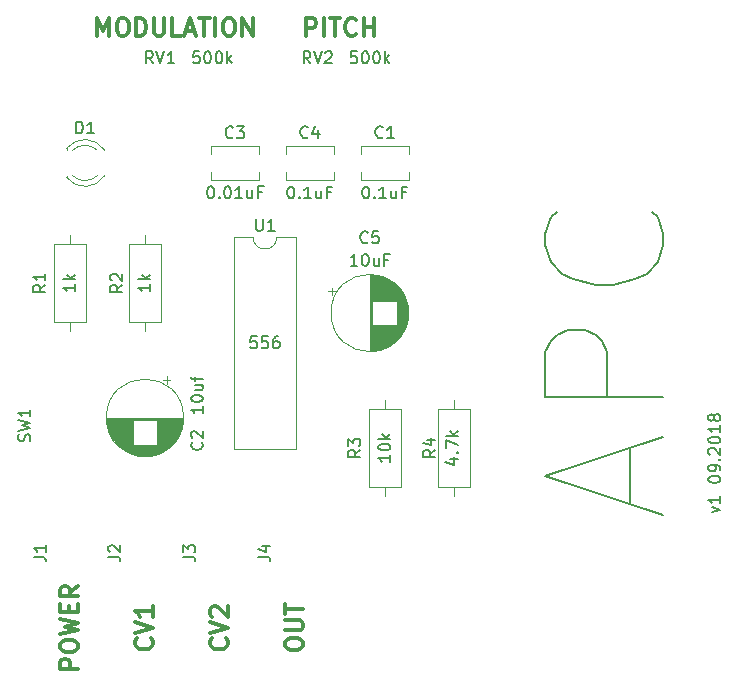
<source format=gto>
G04 #@! TF.GenerationSoftware,KiCad,Pcbnew,(6.0.0-rc1-dev-441-gb1e5549)*
G04 #@! TF.CreationDate,2018-09-12T02:05:33+03:00*
G04 #@! TF.ProjectId,APC,4150432E6B696361645F706362000000,rev?*
G04 #@! TF.SameCoordinates,Original*
G04 #@! TF.FileFunction,Legend,Top*
G04 #@! TF.FilePolarity,Positive*
%FSLAX46Y46*%
G04 Gerber Fmt 4.6, Leading zero omitted, Abs format (unit mm)*
G04 Created by KiCad (PCBNEW (6.0.0-rc1-dev-441-gb1e5549)) date 2018 September 12, Wednesday 02:05:33*
%MOMM*%
%LPD*%
G01*
G04 APERTURE LIST*
%ADD10C,0.300000*%
%ADD11C,0.150000*%
%ADD12C,0.120000*%
G04 APERTURE END LIST*
D10*
X88582857Y-62908571D02*
X88582857Y-61408571D01*
X89154285Y-61408571D01*
X89297142Y-61480000D01*
X89368571Y-61551428D01*
X89440000Y-61694285D01*
X89440000Y-61908571D01*
X89368571Y-62051428D01*
X89297142Y-62122857D01*
X89154285Y-62194285D01*
X88582857Y-62194285D01*
X90082857Y-62908571D02*
X90082857Y-61408571D01*
X90582857Y-61408571D02*
X91440000Y-61408571D01*
X91011428Y-62908571D02*
X91011428Y-61408571D01*
X92797142Y-62765714D02*
X92725714Y-62837142D01*
X92511428Y-62908571D01*
X92368571Y-62908571D01*
X92154285Y-62837142D01*
X92011428Y-62694285D01*
X91940000Y-62551428D01*
X91868571Y-62265714D01*
X91868571Y-62051428D01*
X91940000Y-61765714D01*
X92011428Y-61622857D01*
X92154285Y-61480000D01*
X92368571Y-61408571D01*
X92511428Y-61408571D01*
X92725714Y-61480000D01*
X92797142Y-61551428D01*
X93440000Y-62908571D02*
X93440000Y-61408571D01*
X93440000Y-62122857D02*
X94297142Y-62122857D01*
X94297142Y-62908571D02*
X94297142Y-61408571D01*
X70898571Y-62908571D02*
X70898571Y-61408571D01*
X71398571Y-62480000D01*
X71898571Y-61408571D01*
X71898571Y-62908571D01*
X72898571Y-61408571D02*
X73184285Y-61408571D01*
X73327142Y-61480000D01*
X73470000Y-61622857D01*
X73541428Y-61908571D01*
X73541428Y-62408571D01*
X73470000Y-62694285D01*
X73327142Y-62837142D01*
X73184285Y-62908571D01*
X72898571Y-62908571D01*
X72755714Y-62837142D01*
X72612857Y-62694285D01*
X72541428Y-62408571D01*
X72541428Y-61908571D01*
X72612857Y-61622857D01*
X72755714Y-61480000D01*
X72898571Y-61408571D01*
X74184285Y-62908571D02*
X74184285Y-61408571D01*
X74541428Y-61408571D01*
X74755714Y-61480000D01*
X74898571Y-61622857D01*
X74970000Y-61765714D01*
X75041428Y-62051428D01*
X75041428Y-62265714D01*
X74970000Y-62551428D01*
X74898571Y-62694285D01*
X74755714Y-62837142D01*
X74541428Y-62908571D01*
X74184285Y-62908571D01*
X75684285Y-61408571D02*
X75684285Y-62622857D01*
X75755714Y-62765714D01*
X75827142Y-62837142D01*
X75970000Y-62908571D01*
X76255714Y-62908571D01*
X76398571Y-62837142D01*
X76470000Y-62765714D01*
X76541428Y-62622857D01*
X76541428Y-61408571D01*
X77970000Y-62908571D02*
X77255714Y-62908571D01*
X77255714Y-61408571D01*
X78398571Y-62480000D02*
X79112857Y-62480000D01*
X78255714Y-62908571D02*
X78755714Y-61408571D01*
X79255714Y-62908571D01*
X79541428Y-61408571D02*
X80398571Y-61408571D01*
X79970000Y-62908571D02*
X79970000Y-61408571D01*
X80898571Y-62908571D02*
X80898571Y-61408571D01*
X81898571Y-61408571D02*
X82184285Y-61408571D01*
X82327142Y-61480000D01*
X82470000Y-61622857D01*
X82541428Y-61908571D01*
X82541428Y-62408571D01*
X82470000Y-62694285D01*
X82327142Y-62837142D01*
X82184285Y-62908571D01*
X81898571Y-62908571D01*
X81755714Y-62837142D01*
X81612857Y-62694285D01*
X81541428Y-62408571D01*
X81541428Y-61908571D01*
X81612857Y-61622857D01*
X81755714Y-61480000D01*
X81898571Y-61408571D01*
X83184285Y-62908571D02*
X83184285Y-61408571D01*
X84041428Y-62908571D01*
X84041428Y-61408571D01*
D11*
X122975714Y-103250476D02*
X123642380Y-103012380D01*
X122975714Y-102774285D01*
X123642380Y-101869523D02*
X123642380Y-102440952D01*
X123642380Y-102155238D02*
X122642380Y-102155238D01*
X122785238Y-102250476D01*
X122880476Y-102345714D01*
X122928095Y-102440952D01*
X122642380Y-100488571D02*
X122642380Y-100393333D01*
X122690000Y-100298095D01*
X122737619Y-100250476D01*
X122832857Y-100202857D01*
X123023333Y-100155238D01*
X123261428Y-100155238D01*
X123451904Y-100202857D01*
X123547142Y-100250476D01*
X123594761Y-100298095D01*
X123642380Y-100393333D01*
X123642380Y-100488571D01*
X123594761Y-100583809D01*
X123547142Y-100631428D01*
X123451904Y-100679047D01*
X123261428Y-100726666D01*
X123023333Y-100726666D01*
X122832857Y-100679047D01*
X122737619Y-100631428D01*
X122690000Y-100583809D01*
X122642380Y-100488571D01*
X123642380Y-99679047D02*
X123642380Y-99488571D01*
X123594761Y-99393333D01*
X123547142Y-99345714D01*
X123404285Y-99250476D01*
X123213809Y-99202857D01*
X122832857Y-99202857D01*
X122737619Y-99250476D01*
X122690000Y-99298095D01*
X122642380Y-99393333D01*
X122642380Y-99583809D01*
X122690000Y-99679047D01*
X122737619Y-99726666D01*
X122832857Y-99774285D01*
X123070952Y-99774285D01*
X123166190Y-99726666D01*
X123213809Y-99679047D01*
X123261428Y-99583809D01*
X123261428Y-99393333D01*
X123213809Y-99298095D01*
X123166190Y-99250476D01*
X123070952Y-99202857D01*
X123547142Y-98774285D02*
X123594761Y-98726666D01*
X123642380Y-98774285D01*
X123594761Y-98821904D01*
X123547142Y-98774285D01*
X123642380Y-98774285D01*
X122737619Y-98345714D02*
X122690000Y-98298095D01*
X122642380Y-98202857D01*
X122642380Y-97964761D01*
X122690000Y-97869523D01*
X122737619Y-97821904D01*
X122832857Y-97774285D01*
X122928095Y-97774285D01*
X123070952Y-97821904D01*
X123642380Y-98393333D01*
X123642380Y-97774285D01*
X122642380Y-97155238D02*
X122642380Y-97060000D01*
X122690000Y-96964761D01*
X122737619Y-96917142D01*
X122832857Y-96869523D01*
X123023333Y-96821904D01*
X123261428Y-96821904D01*
X123451904Y-96869523D01*
X123547142Y-96917142D01*
X123594761Y-96964761D01*
X123642380Y-97060000D01*
X123642380Y-97155238D01*
X123594761Y-97250476D01*
X123547142Y-97298095D01*
X123451904Y-97345714D01*
X123261428Y-97393333D01*
X123023333Y-97393333D01*
X122832857Y-97345714D01*
X122737619Y-97298095D01*
X122690000Y-97250476D01*
X122642380Y-97155238D01*
X123642380Y-95869523D02*
X123642380Y-96440952D01*
X123642380Y-96155238D02*
X122642380Y-96155238D01*
X122785238Y-96250476D01*
X122880476Y-96345714D01*
X122928095Y-96440952D01*
X123070952Y-95298095D02*
X123023333Y-95393333D01*
X122975714Y-95440952D01*
X122880476Y-95488571D01*
X122832857Y-95488571D01*
X122737619Y-95440952D01*
X122690000Y-95393333D01*
X122642380Y-95298095D01*
X122642380Y-95107619D01*
X122690000Y-95012380D01*
X122737619Y-94964761D01*
X122832857Y-94917142D01*
X122880476Y-94917142D01*
X122975714Y-94964761D01*
X123023333Y-95012380D01*
X123070952Y-95107619D01*
X123070952Y-95298095D01*
X123118571Y-95393333D01*
X123166190Y-95440952D01*
X123261428Y-95488571D01*
X123451904Y-95488571D01*
X123547142Y-95440952D01*
X123594761Y-95393333D01*
X123642380Y-95298095D01*
X123642380Y-95107619D01*
X123594761Y-95012380D01*
X123547142Y-94964761D01*
X123451904Y-94917142D01*
X123261428Y-94917142D01*
X123166190Y-94964761D01*
X123118571Y-95012380D01*
X123070952Y-95107619D01*
X115966666Y-102550952D02*
X115966666Y-97789047D01*
X118823809Y-103503333D02*
X108823809Y-100170000D01*
X118823809Y-96836666D01*
X118823809Y-93503333D02*
X108823809Y-93503333D01*
X108823809Y-89693809D01*
X109300000Y-88741428D01*
X109776190Y-88265238D01*
X110728571Y-87789047D01*
X112157142Y-87789047D01*
X113109523Y-88265238D01*
X113585714Y-88741428D01*
X114061904Y-89693809D01*
X114061904Y-93503333D01*
X117871428Y-77789047D02*
X118347619Y-78265238D01*
X118823809Y-79693809D01*
X118823809Y-80646190D01*
X118347619Y-82074761D01*
X117395238Y-83027142D01*
X116442857Y-83503333D01*
X114538095Y-83979523D01*
X113109523Y-83979523D01*
X111204761Y-83503333D01*
X110252380Y-83027142D01*
X109300000Y-82074761D01*
X108823809Y-80646190D01*
X108823809Y-79693809D01*
X109300000Y-78265238D01*
X109776190Y-77789047D01*
D10*
X81815714Y-113922857D02*
X81887142Y-113994285D01*
X81958571Y-114208571D01*
X81958571Y-114351428D01*
X81887142Y-114565714D01*
X81744285Y-114708571D01*
X81601428Y-114780000D01*
X81315714Y-114851428D01*
X81101428Y-114851428D01*
X80815714Y-114780000D01*
X80672857Y-114708571D01*
X80530000Y-114565714D01*
X80458571Y-114351428D01*
X80458571Y-114208571D01*
X80530000Y-113994285D01*
X80601428Y-113922857D01*
X80458571Y-113494285D02*
X81958571Y-112994285D01*
X80458571Y-112494285D01*
X80601428Y-112065714D02*
X80530000Y-111994285D01*
X80458571Y-111851428D01*
X80458571Y-111494285D01*
X80530000Y-111351428D01*
X80601428Y-111280000D01*
X80744285Y-111208571D01*
X80887142Y-111208571D01*
X81101428Y-111280000D01*
X81958571Y-112137142D01*
X81958571Y-111208571D01*
X75465714Y-113922857D02*
X75537142Y-113994285D01*
X75608571Y-114208571D01*
X75608571Y-114351428D01*
X75537142Y-114565714D01*
X75394285Y-114708571D01*
X75251428Y-114780000D01*
X74965714Y-114851428D01*
X74751428Y-114851428D01*
X74465714Y-114780000D01*
X74322857Y-114708571D01*
X74180000Y-114565714D01*
X74108571Y-114351428D01*
X74108571Y-114208571D01*
X74180000Y-113994285D01*
X74251428Y-113922857D01*
X74108571Y-113494285D02*
X75608571Y-112994285D01*
X74108571Y-112494285D01*
X75608571Y-111208571D02*
X75608571Y-112065714D01*
X75608571Y-111637142D02*
X74108571Y-111637142D01*
X74322857Y-111780000D01*
X74465714Y-111922857D01*
X74537142Y-112065714D01*
X86808571Y-114530000D02*
X86808571Y-114244285D01*
X86880000Y-114101428D01*
X87022857Y-113958571D01*
X87308571Y-113887142D01*
X87808571Y-113887142D01*
X88094285Y-113958571D01*
X88237142Y-114101428D01*
X88308571Y-114244285D01*
X88308571Y-114530000D01*
X88237142Y-114672857D01*
X88094285Y-114815714D01*
X87808571Y-114887142D01*
X87308571Y-114887142D01*
X87022857Y-114815714D01*
X86880000Y-114672857D01*
X86808571Y-114530000D01*
X86808571Y-113244285D02*
X88022857Y-113244285D01*
X88165714Y-113172857D01*
X88237142Y-113101428D01*
X88308571Y-112958571D01*
X88308571Y-112672857D01*
X88237142Y-112530000D01*
X88165714Y-112458571D01*
X88022857Y-112387142D01*
X86808571Y-112387142D01*
X86808571Y-111887142D02*
X86808571Y-111030000D01*
X88308571Y-111458571D02*
X86808571Y-111458571D01*
X69258571Y-116494285D02*
X67758571Y-116494285D01*
X67758571Y-115922857D01*
X67830000Y-115780000D01*
X67901428Y-115708571D01*
X68044285Y-115637142D01*
X68258571Y-115637142D01*
X68401428Y-115708571D01*
X68472857Y-115780000D01*
X68544285Y-115922857D01*
X68544285Y-116494285D01*
X67758571Y-114708571D02*
X67758571Y-114422857D01*
X67830000Y-114280000D01*
X67972857Y-114137142D01*
X68258571Y-114065714D01*
X68758571Y-114065714D01*
X69044285Y-114137142D01*
X69187142Y-114280000D01*
X69258571Y-114422857D01*
X69258571Y-114708571D01*
X69187142Y-114851428D01*
X69044285Y-114994285D01*
X68758571Y-115065714D01*
X68258571Y-115065714D01*
X67972857Y-114994285D01*
X67830000Y-114851428D01*
X67758571Y-114708571D01*
X67758571Y-113565714D02*
X69258571Y-113208571D01*
X68187142Y-112922857D01*
X69258571Y-112637142D01*
X67758571Y-112280000D01*
X68472857Y-111708571D02*
X68472857Y-111208571D01*
X69258571Y-110994285D02*
X69258571Y-111708571D01*
X67758571Y-111708571D01*
X67758571Y-110994285D01*
X69258571Y-109494285D02*
X68544285Y-109994285D01*
X69258571Y-110351428D02*
X67758571Y-110351428D01*
X67758571Y-109780000D01*
X67830000Y-109637142D01*
X67901428Y-109565714D01*
X68044285Y-109494285D01*
X68258571Y-109494285D01*
X68401428Y-109565714D01*
X68472857Y-109637142D01*
X68544285Y-109780000D01*
X68544285Y-110351428D01*
D12*
G04 #@! TO.C,U1*
X86090000Y-79950000D02*
G75*
G02X84090000Y-79950000I-1000000J0D01*
G01*
X84090000Y-79950000D02*
X82440000Y-79950000D01*
X82440000Y-79950000D02*
X82440000Y-97850000D01*
X82440000Y-97850000D02*
X87740000Y-97850000D01*
X87740000Y-97850000D02*
X87740000Y-79950000D01*
X87740000Y-79950000D02*
X86090000Y-79950000D01*
G04 #@! TO.C,C2*
X77084000Y-92044759D02*
X76454000Y-92044759D01*
X76769000Y-91729759D02*
X76769000Y-92359759D01*
X75332000Y-98471000D02*
X74528000Y-98471000D01*
X75563000Y-98431000D02*
X74297000Y-98431000D01*
X75732000Y-98391000D02*
X74128000Y-98391000D01*
X75870000Y-98351000D02*
X73990000Y-98351000D01*
X75989000Y-98311000D02*
X73871000Y-98311000D01*
X76095000Y-98271000D02*
X73765000Y-98271000D01*
X76192000Y-98231000D02*
X73668000Y-98231000D01*
X76280000Y-98191000D02*
X73580000Y-98191000D01*
X76362000Y-98151000D02*
X73498000Y-98151000D01*
X76439000Y-98111000D02*
X73421000Y-98111000D01*
X76511000Y-98071000D02*
X73349000Y-98071000D01*
X76580000Y-98031000D02*
X73280000Y-98031000D01*
X76644000Y-97991000D02*
X73216000Y-97991000D01*
X76706000Y-97951000D02*
X73154000Y-97951000D01*
X76764000Y-97911000D02*
X73096000Y-97911000D01*
X76820000Y-97871000D02*
X73040000Y-97871000D01*
X76874000Y-97831000D02*
X72986000Y-97831000D01*
X76925000Y-97791000D02*
X72935000Y-97791000D01*
X76974000Y-97751000D02*
X72886000Y-97751000D01*
X77022000Y-97711000D02*
X72838000Y-97711000D01*
X77067000Y-97671000D02*
X72793000Y-97671000D01*
X77112000Y-97631000D02*
X72748000Y-97631000D01*
X77154000Y-97591000D02*
X72706000Y-97591000D01*
X77195000Y-97551000D02*
X72665000Y-97551000D01*
X73890000Y-97511000D02*
X72625000Y-97511000D01*
X77235000Y-97511000D02*
X75970000Y-97511000D01*
X73890000Y-97471000D02*
X72587000Y-97471000D01*
X77273000Y-97471000D02*
X75970000Y-97471000D01*
X73890000Y-97431000D02*
X72550000Y-97431000D01*
X77310000Y-97431000D02*
X75970000Y-97431000D01*
X73890000Y-97391000D02*
X72514000Y-97391000D01*
X77346000Y-97391000D02*
X75970000Y-97391000D01*
X73890000Y-97351000D02*
X72480000Y-97351000D01*
X77380000Y-97351000D02*
X75970000Y-97351000D01*
X73890000Y-97311000D02*
X72446000Y-97311000D01*
X77414000Y-97311000D02*
X75970000Y-97311000D01*
X73890000Y-97271000D02*
X72414000Y-97271000D01*
X77446000Y-97271000D02*
X75970000Y-97271000D01*
X73890000Y-97231000D02*
X72382000Y-97231000D01*
X77478000Y-97231000D02*
X75970000Y-97231000D01*
X73890000Y-97191000D02*
X72352000Y-97191000D01*
X77508000Y-97191000D02*
X75970000Y-97191000D01*
X73890000Y-97151000D02*
X72323000Y-97151000D01*
X77537000Y-97151000D02*
X75970000Y-97151000D01*
X73890000Y-97111000D02*
X72294000Y-97111000D01*
X77566000Y-97111000D02*
X75970000Y-97111000D01*
X73890000Y-97071000D02*
X72266000Y-97071000D01*
X77594000Y-97071000D02*
X75970000Y-97071000D01*
X73890000Y-97031000D02*
X72240000Y-97031000D01*
X77620000Y-97031000D02*
X75970000Y-97031000D01*
X73890000Y-96991000D02*
X72214000Y-96991000D01*
X77646000Y-96991000D02*
X75970000Y-96991000D01*
X73890000Y-96951000D02*
X72188000Y-96951000D01*
X77672000Y-96951000D02*
X75970000Y-96951000D01*
X73890000Y-96911000D02*
X72164000Y-96911000D01*
X77696000Y-96911000D02*
X75970000Y-96911000D01*
X73890000Y-96871000D02*
X72140000Y-96871000D01*
X77720000Y-96871000D02*
X75970000Y-96871000D01*
X73890000Y-96831000D02*
X72118000Y-96831000D01*
X77742000Y-96831000D02*
X75970000Y-96831000D01*
X73890000Y-96791000D02*
X72096000Y-96791000D01*
X77764000Y-96791000D02*
X75970000Y-96791000D01*
X73890000Y-96751000D02*
X72074000Y-96751000D01*
X77786000Y-96751000D02*
X75970000Y-96751000D01*
X73890000Y-96711000D02*
X72054000Y-96711000D01*
X77806000Y-96711000D02*
X75970000Y-96711000D01*
X73890000Y-96671000D02*
X72034000Y-96671000D01*
X77826000Y-96671000D02*
X75970000Y-96671000D01*
X73890000Y-96631000D02*
X72014000Y-96631000D01*
X77846000Y-96631000D02*
X75970000Y-96631000D01*
X73890000Y-96591000D02*
X71996000Y-96591000D01*
X77864000Y-96591000D02*
X75970000Y-96591000D01*
X73890000Y-96551000D02*
X71978000Y-96551000D01*
X77882000Y-96551000D02*
X75970000Y-96551000D01*
X73890000Y-96511000D02*
X71960000Y-96511000D01*
X77900000Y-96511000D02*
X75970000Y-96511000D01*
X73890000Y-96471000D02*
X71944000Y-96471000D01*
X77916000Y-96471000D02*
X75970000Y-96471000D01*
X73890000Y-96431000D02*
X71928000Y-96431000D01*
X77932000Y-96431000D02*
X75970000Y-96431000D01*
X73890000Y-96391000D02*
X71912000Y-96391000D01*
X77948000Y-96391000D02*
X75970000Y-96391000D01*
X73890000Y-96351000D02*
X71897000Y-96351000D01*
X77963000Y-96351000D02*
X75970000Y-96351000D01*
X73890000Y-96311000D02*
X71883000Y-96311000D01*
X77977000Y-96311000D02*
X75970000Y-96311000D01*
X73890000Y-96271000D02*
X71869000Y-96271000D01*
X77991000Y-96271000D02*
X75970000Y-96271000D01*
X73890000Y-96231000D02*
X71856000Y-96231000D01*
X78004000Y-96231000D02*
X75970000Y-96231000D01*
X73890000Y-96191000D02*
X71844000Y-96191000D01*
X78016000Y-96191000D02*
X75970000Y-96191000D01*
X73890000Y-96151000D02*
X71832000Y-96151000D01*
X78028000Y-96151000D02*
X75970000Y-96151000D01*
X73890000Y-96111000D02*
X71820000Y-96111000D01*
X78040000Y-96111000D02*
X75970000Y-96111000D01*
X73890000Y-96071000D02*
X71809000Y-96071000D01*
X78051000Y-96071000D02*
X75970000Y-96071000D01*
X73890000Y-96031000D02*
X71799000Y-96031000D01*
X78061000Y-96031000D02*
X75970000Y-96031000D01*
X73890000Y-95991000D02*
X71789000Y-95991000D01*
X78071000Y-95991000D02*
X75970000Y-95991000D01*
X73890000Y-95951000D02*
X71780000Y-95951000D01*
X78080000Y-95951000D02*
X75970000Y-95951000D01*
X73890000Y-95910000D02*
X71771000Y-95910000D01*
X78089000Y-95910000D02*
X75970000Y-95910000D01*
X73890000Y-95870000D02*
X71763000Y-95870000D01*
X78097000Y-95870000D02*
X75970000Y-95870000D01*
X73890000Y-95830000D02*
X71755000Y-95830000D01*
X78105000Y-95830000D02*
X75970000Y-95830000D01*
X73890000Y-95790000D02*
X71748000Y-95790000D01*
X78112000Y-95790000D02*
X75970000Y-95790000D01*
X73890000Y-95750000D02*
X71741000Y-95750000D01*
X78119000Y-95750000D02*
X75970000Y-95750000D01*
X73890000Y-95710000D02*
X71735000Y-95710000D01*
X78125000Y-95710000D02*
X75970000Y-95710000D01*
X73890000Y-95670000D02*
X71729000Y-95670000D01*
X78131000Y-95670000D02*
X75970000Y-95670000D01*
X73890000Y-95630000D02*
X71724000Y-95630000D01*
X78136000Y-95630000D02*
X75970000Y-95630000D01*
X73890000Y-95590000D02*
X71719000Y-95590000D01*
X78141000Y-95590000D02*
X75970000Y-95590000D01*
X73890000Y-95550000D02*
X71715000Y-95550000D01*
X78145000Y-95550000D02*
X75970000Y-95550000D01*
X73890000Y-95510000D02*
X71712000Y-95510000D01*
X78148000Y-95510000D02*
X75970000Y-95510000D01*
X73890000Y-95470000D02*
X71708000Y-95470000D01*
X78152000Y-95470000D02*
X75970000Y-95470000D01*
X78154000Y-95430000D02*
X71706000Y-95430000D01*
X78157000Y-95390000D02*
X71703000Y-95390000D01*
X78158000Y-95350000D02*
X71702000Y-95350000D01*
X78160000Y-95310000D02*
X71700000Y-95310000D01*
X78160000Y-95270000D02*
X71700000Y-95270000D01*
X78160000Y-95230000D02*
X71700000Y-95230000D01*
X78200000Y-95230000D02*
G75*
G03X78200000Y-95230000I-3270000J0D01*
G01*
G04 #@! TO.C,C5*
X90774759Y-84206000D02*
X90774759Y-84836000D01*
X90459759Y-84521000D02*
X91089759Y-84521000D01*
X97201000Y-85958000D02*
X97201000Y-86762000D01*
X97161000Y-85727000D02*
X97161000Y-86993000D01*
X97121000Y-85558000D02*
X97121000Y-87162000D01*
X97081000Y-85420000D02*
X97081000Y-87300000D01*
X97041000Y-85301000D02*
X97041000Y-87419000D01*
X97001000Y-85195000D02*
X97001000Y-87525000D01*
X96961000Y-85098000D02*
X96961000Y-87622000D01*
X96921000Y-85010000D02*
X96921000Y-87710000D01*
X96881000Y-84928000D02*
X96881000Y-87792000D01*
X96841000Y-84851000D02*
X96841000Y-87869000D01*
X96801000Y-84779000D02*
X96801000Y-87941000D01*
X96761000Y-84710000D02*
X96761000Y-88010000D01*
X96721000Y-84646000D02*
X96721000Y-88074000D01*
X96681000Y-84584000D02*
X96681000Y-88136000D01*
X96641000Y-84526000D02*
X96641000Y-88194000D01*
X96601000Y-84470000D02*
X96601000Y-88250000D01*
X96561000Y-84416000D02*
X96561000Y-88304000D01*
X96521000Y-84365000D02*
X96521000Y-88355000D01*
X96481000Y-84316000D02*
X96481000Y-88404000D01*
X96441000Y-84268000D02*
X96441000Y-88452000D01*
X96401000Y-84223000D02*
X96401000Y-88497000D01*
X96361000Y-84178000D02*
X96361000Y-88542000D01*
X96321000Y-84136000D02*
X96321000Y-88584000D01*
X96281000Y-84095000D02*
X96281000Y-88625000D01*
X96241000Y-87400000D02*
X96241000Y-88665000D01*
X96241000Y-84055000D02*
X96241000Y-85320000D01*
X96201000Y-87400000D02*
X96201000Y-88703000D01*
X96201000Y-84017000D02*
X96201000Y-85320000D01*
X96161000Y-87400000D02*
X96161000Y-88740000D01*
X96161000Y-83980000D02*
X96161000Y-85320000D01*
X96121000Y-87400000D02*
X96121000Y-88776000D01*
X96121000Y-83944000D02*
X96121000Y-85320000D01*
X96081000Y-87400000D02*
X96081000Y-88810000D01*
X96081000Y-83910000D02*
X96081000Y-85320000D01*
X96041000Y-87400000D02*
X96041000Y-88844000D01*
X96041000Y-83876000D02*
X96041000Y-85320000D01*
X96001000Y-87400000D02*
X96001000Y-88876000D01*
X96001000Y-83844000D02*
X96001000Y-85320000D01*
X95961000Y-87400000D02*
X95961000Y-88908000D01*
X95961000Y-83812000D02*
X95961000Y-85320000D01*
X95921000Y-87400000D02*
X95921000Y-88938000D01*
X95921000Y-83782000D02*
X95921000Y-85320000D01*
X95881000Y-87400000D02*
X95881000Y-88967000D01*
X95881000Y-83753000D02*
X95881000Y-85320000D01*
X95841000Y-87400000D02*
X95841000Y-88996000D01*
X95841000Y-83724000D02*
X95841000Y-85320000D01*
X95801000Y-87400000D02*
X95801000Y-89024000D01*
X95801000Y-83696000D02*
X95801000Y-85320000D01*
X95761000Y-87400000D02*
X95761000Y-89050000D01*
X95761000Y-83670000D02*
X95761000Y-85320000D01*
X95721000Y-87400000D02*
X95721000Y-89076000D01*
X95721000Y-83644000D02*
X95721000Y-85320000D01*
X95681000Y-87400000D02*
X95681000Y-89102000D01*
X95681000Y-83618000D02*
X95681000Y-85320000D01*
X95641000Y-87400000D02*
X95641000Y-89126000D01*
X95641000Y-83594000D02*
X95641000Y-85320000D01*
X95601000Y-87400000D02*
X95601000Y-89150000D01*
X95601000Y-83570000D02*
X95601000Y-85320000D01*
X95561000Y-87400000D02*
X95561000Y-89172000D01*
X95561000Y-83548000D02*
X95561000Y-85320000D01*
X95521000Y-87400000D02*
X95521000Y-89194000D01*
X95521000Y-83526000D02*
X95521000Y-85320000D01*
X95481000Y-87400000D02*
X95481000Y-89216000D01*
X95481000Y-83504000D02*
X95481000Y-85320000D01*
X95441000Y-87400000D02*
X95441000Y-89236000D01*
X95441000Y-83484000D02*
X95441000Y-85320000D01*
X95401000Y-87400000D02*
X95401000Y-89256000D01*
X95401000Y-83464000D02*
X95401000Y-85320000D01*
X95361000Y-87400000D02*
X95361000Y-89276000D01*
X95361000Y-83444000D02*
X95361000Y-85320000D01*
X95321000Y-87400000D02*
X95321000Y-89294000D01*
X95321000Y-83426000D02*
X95321000Y-85320000D01*
X95281000Y-87400000D02*
X95281000Y-89312000D01*
X95281000Y-83408000D02*
X95281000Y-85320000D01*
X95241000Y-87400000D02*
X95241000Y-89330000D01*
X95241000Y-83390000D02*
X95241000Y-85320000D01*
X95201000Y-87400000D02*
X95201000Y-89346000D01*
X95201000Y-83374000D02*
X95201000Y-85320000D01*
X95161000Y-87400000D02*
X95161000Y-89362000D01*
X95161000Y-83358000D02*
X95161000Y-85320000D01*
X95121000Y-87400000D02*
X95121000Y-89378000D01*
X95121000Y-83342000D02*
X95121000Y-85320000D01*
X95081000Y-87400000D02*
X95081000Y-89393000D01*
X95081000Y-83327000D02*
X95081000Y-85320000D01*
X95041000Y-87400000D02*
X95041000Y-89407000D01*
X95041000Y-83313000D02*
X95041000Y-85320000D01*
X95001000Y-87400000D02*
X95001000Y-89421000D01*
X95001000Y-83299000D02*
X95001000Y-85320000D01*
X94961000Y-87400000D02*
X94961000Y-89434000D01*
X94961000Y-83286000D02*
X94961000Y-85320000D01*
X94921000Y-87400000D02*
X94921000Y-89446000D01*
X94921000Y-83274000D02*
X94921000Y-85320000D01*
X94881000Y-87400000D02*
X94881000Y-89458000D01*
X94881000Y-83262000D02*
X94881000Y-85320000D01*
X94841000Y-87400000D02*
X94841000Y-89470000D01*
X94841000Y-83250000D02*
X94841000Y-85320000D01*
X94801000Y-87400000D02*
X94801000Y-89481000D01*
X94801000Y-83239000D02*
X94801000Y-85320000D01*
X94761000Y-87400000D02*
X94761000Y-89491000D01*
X94761000Y-83229000D02*
X94761000Y-85320000D01*
X94721000Y-87400000D02*
X94721000Y-89501000D01*
X94721000Y-83219000D02*
X94721000Y-85320000D01*
X94681000Y-87400000D02*
X94681000Y-89510000D01*
X94681000Y-83210000D02*
X94681000Y-85320000D01*
X94640000Y-87400000D02*
X94640000Y-89519000D01*
X94640000Y-83201000D02*
X94640000Y-85320000D01*
X94600000Y-87400000D02*
X94600000Y-89527000D01*
X94600000Y-83193000D02*
X94600000Y-85320000D01*
X94560000Y-87400000D02*
X94560000Y-89535000D01*
X94560000Y-83185000D02*
X94560000Y-85320000D01*
X94520000Y-87400000D02*
X94520000Y-89542000D01*
X94520000Y-83178000D02*
X94520000Y-85320000D01*
X94480000Y-87400000D02*
X94480000Y-89549000D01*
X94480000Y-83171000D02*
X94480000Y-85320000D01*
X94440000Y-87400000D02*
X94440000Y-89555000D01*
X94440000Y-83165000D02*
X94440000Y-85320000D01*
X94400000Y-87400000D02*
X94400000Y-89561000D01*
X94400000Y-83159000D02*
X94400000Y-85320000D01*
X94360000Y-87400000D02*
X94360000Y-89566000D01*
X94360000Y-83154000D02*
X94360000Y-85320000D01*
X94320000Y-87400000D02*
X94320000Y-89571000D01*
X94320000Y-83149000D02*
X94320000Y-85320000D01*
X94280000Y-87400000D02*
X94280000Y-89575000D01*
X94280000Y-83145000D02*
X94280000Y-85320000D01*
X94240000Y-87400000D02*
X94240000Y-89578000D01*
X94240000Y-83142000D02*
X94240000Y-85320000D01*
X94200000Y-87400000D02*
X94200000Y-89582000D01*
X94200000Y-83138000D02*
X94200000Y-85320000D01*
X94160000Y-83136000D02*
X94160000Y-89584000D01*
X94120000Y-83133000D02*
X94120000Y-89587000D01*
X94080000Y-83132000D02*
X94080000Y-89588000D01*
X94040000Y-83130000D02*
X94040000Y-89590000D01*
X94000000Y-83130000D02*
X94000000Y-89590000D01*
X93960000Y-83130000D02*
X93960000Y-89590000D01*
X97230000Y-86360000D02*
G75*
G03X97230000Y-86360000I-3270000J0D01*
G01*
G04 #@! TO.C,C1*
X93210000Y-72240000D02*
X97250000Y-72240000D01*
X93210000Y-75080000D02*
X97250000Y-75080000D01*
X93210000Y-72240000D02*
X93210000Y-72865000D01*
X93210000Y-74455000D02*
X93210000Y-75080000D01*
X97250000Y-72240000D02*
X97250000Y-72865000D01*
X97250000Y-74455000D02*
X97250000Y-75080000D01*
G04 #@! TO.C,C3*
X84590000Y-75080000D02*
X80550000Y-75080000D01*
X84590000Y-72240000D02*
X80550000Y-72240000D01*
X84590000Y-75080000D02*
X84590000Y-74455000D01*
X84590000Y-72865000D02*
X84590000Y-72240000D01*
X80550000Y-75080000D02*
X80550000Y-74455000D01*
X80550000Y-72865000D02*
X80550000Y-72240000D01*
G04 #@! TO.C,C4*
X90900000Y-74455000D02*
X90900000Y-75080000D01*
X90900000Y-72240000D02*
X90900000Y-72865000D01*
X86860000Y-74455000D02*
X86860000Y-75080000D01*
X86860000Y-72240000D02*
X86860000Y-72865000D01*
X86860000Y-75080000D02*
X90900000Y-75080000D01*
X86860000Y-72240000D02*
X90900000Y-72240000D01*
G04 #@! TO.C,D1*
X71522335Y-72581392D02*
G75*
G03X68290000Y-72424484I-1672335J-1078608D01*
G01*
X71522335Y-74738608D02*
G75*
G02X68290000Y-74895516I-1672335J1078608D01*
G01*
X70891130Y-72580163D02*
G75*
G03X68809039Y-72580000I-1041130J-1079837D01*
G01*
X70891130Y-74739837D02*
G75*
G02X68809039Y-74740000I-1041130J1079837D01*
G01*
X68290000Y-72424000D02*
X68290000Y-72580000D01*
X68290000Y-74740000D02*
X68290000Y-74896000D01*
G04 #@! TO.C,R1*
X69950000Y-80550000D02*
X67210000Y-80550000D01*
X67210000Y-80550000D02*
X67210000Y-87090000D01*
X67210000Y-87090000D02*
X69950000Y-87090000D01*
X69950000Y-87090000D02*
X69950000Y-80550000D01*
X68580000Y-79780000D02*
X68580000Y-80550000D01*
X68580000Y-87860000D02*
X68580000Y-87090000D01*
G04 #@! TO.C,R2*
X74930000Y-79780000D02*
X74930000Y-80550000D01*
X74930000Y-87860000D02*
X74930000Y-87090000D01*
X73560000Y-80550000D02*
X73560000Y-87090000D01*
X76300000Y-80550000D02*
X73560000Y-80550000D01*
X76300000Y-87090000D02*
X76300000Y-80550000D01*
X73560000Y-87090000D02*
X76300000Y-87090000D01*
G04 #@! TO.C,R3*
X96620000Y-94520000D02*
X93880000Y-94520000D01*
X93880000Y-94520000D02*
X93880000Y-101060000D01*
X93880000Y-101060000D02*
X96620000Y-101060000D01*
X96620000Y-101060000D02*
X96620000Y-94520000D01*
X95250000Y-93750000D02*
X95250000Y-94520000D01*
X95250000Y-101830000D02*
X95250000Y-101060000D01*
G04 #@! TO.C,R4*
X101111586Y-93750000D02*
X101111586Y-94520000D01*
X101111586Y-101830000D02*
X101111586Y-101060000D01*
X99741586Y-94520000D02*
X99741586Y-101060000D01*
X102481586Y-94520000D02*
X99741586Y-94520000D01*
X102481586Y-101060000D02*
X102481586Y-94520000D01*
X99741586Y-101060000D02*
X102481586Y-101060000D01*
G04 #@! TO.C, *
D11*
G04 #@! TO.C,U1*
X84328095Y-78402380D02*
X84328095Y-79211904D01*
X84375714Y-79307142D01*
X84423333Y-79354761D01*
X84518571Y-79402380D01*
X84709047Y-79402380D01*
X84804285Y-79354761D01*
X84851904Y-79307142D01*
X84899523Y-79211904D01*
X84899523Y-78402380D01*
X85899523Y-79402380D02*
X85328095Y-79402380D01*
X85613809Y-79402380D02*
X85613809Y-78402380D01*
X85518571Y-78545238D01*
X85423333Y-78640476D01*
X85328095Y-78688095D01*
X84375714Y-88352380D02*
X83899523Y-88352380D01*
X83851904Y-88828571D01*
X83899523Y-88780952D01*
X83994761Y-88733333D01*
X84232857Y-88733333D01*
X84328095Y-88780952D01*
X84375714Y-88828571D01*
X84423333Y-88923809D01*
X84423333Y-89161904D01*
X84375714Y-89257142D01*
X84328095Y-89304761D01*
X84232857Y-89352380D01*
X83994761Y-89352380D01*
X83899523Y-89304761D01*
X83851904Y-89257142D01*
X85328095Y-88352380D02*
X84851904Y-88352380D01*
X84804285Y-88828571D01*
X84851904Y-88780952D01*
X84947142Y-88733333D01*
X85185238Y-88733333D01*
X85280476Y-88780952D01*
X85328095Y-88828571D01*
X85375714Y-88923809D01*
X85375714Y-89161904D01*
X85328095Y-89257142D01*
X85280476Y-89304761D01*
X85185238Y-89352380D01*
X84947142Y-89352380D01*
X84851904Y-89304761D01*
X84804285Y-89257142D01*
X86232857Y-88352380D02*
X86042380Y-88352380D01*
X85947142Y-88400000D01*
X85899523Y-88447619D01*
X85804285Y-88590476D01*
X85756666Y-88780952D01*
X85756666Y-89161904D01*
X85804285Y-89257142D01*
X85851904Y-89304761D01*
X85947142Y-89352380D01*
X86137619Y-89352380D01*
X86232857Y-89304761D01*
X86280476Y-89257142D01*
X86328095Y-89161904D01*
X86328095Y-88923809D01*
X86280476Y-88828571D01*
X86232857Y-88780952D01*
X86137619Y-88733333D01*
X85947142Y-88733333D01*
X85851904Y-88780952D01*
X85804285Y-88828571D01*
X85756666Y-88923809D01*
G04 #@! TO.C,C2*
X79732142Y-97321666D02*
X79779761Y-97369285D01*
X79827380Y-97512142D01*
X79827380Y-97607380D01*
X79779761Y-97750238D01*
X79684523Y-97845476D01*
X79589285Y-97893095D01*
X79398809Y-97940714D01*
X79255952Y-97940714D01*
X79065476Y-97893095D01*
X78970238Y-97845476D01*
X78875000Y-97750238D01*
X78827380Y-97607380D01*
X78827380Y-97512142D01*
X78875000Y-97369285D01*
X78922619Y-97321666D01*
X78922619Y-96940714D02*
X78875000Y-96893095D01*
X78827380Y-96797857D01*
X78827380Y-96559761D01*
X78875000Y-96464523D01*
X78922619Y-96416904D01*
X79017857Y-96369285D01*
X79113095Y-96369285D01*
X79255952Y-96416904D01*
X79827380Y-96988333D01*
X79827380Y-96369285D01*
X79827380Y-94273571D02*
X79827380Y-94845000D01*
X79827380Y-94559285D02*
X78827380Y-94559285D01*
X78970238Y-94654523D01*
X79065476Y-94749761D01*
X79113095Y-94845000D01*
X78827380Y-93654523D02*
X78827380Y-93559285D01*
X78875000Y-93464047D01*
X78922619Y-93416428D01*
X79017857Y-93368809D01*
X79208333Y-93321190D01*
X79446428Y-93321190D01*
X79636904Y-93368809D01*
X79732142Y-93416428D01*
X79779761Y-93464047D01*
X79827380Y-93559285D01*
X79827380Y-93654523D01*
X79779761Y-93749761D01*
X79732142Y-93797380D01*
X79636904Y-93845000D01*
X79446428Y-93892619D01*
X79208333Y-93892619D01*
X79017857Y-93845000D01*
X78922619Y-93797380D01*
X78875000Y-93749761D01*
X78827380Y-93654523D01*
X79160714Y-92464047D02*
X79827380Y-92464047D01*
X79160714Y-92892619D02*
X79684523Y-92892619D01*
X79779761Y-92845000D01*
X79827380Y-92749761D01*
X79827380Y-92606904D01*
X79779761Y-92511666D01*
X79732142Y-92464047D01*
X79160714Y-92130714D02*
X79160714Y-91749761D01*
X79827380Y-91987857D02*
X78970238Y-91987857D01*
X78875000Y-91940238D01*
X78827380Y-91845000D01*
X78827380Y-91749761D01*
G04 #@! TO.C,C5*
X93793333Y-80367142D02*
X93745714Y-80414761D01*
X93602857Y-80462380D01*
X93507619Y-80462380D01*
X93364761Y-80414761D01*
X93269523Y-80319523D01*
X93221904Y-80224285D01*
X93174285Y-80033809D01*
X93174285Y-79890952D01*
X93221904Y-79700476D01*
X93269523Y-79605238D01*
X93364761Y-79510000D01*
X93507619Y-79462380D01*
X93602857Y-79462380D01*
X93745714Y-79510000D01*
X93793333Y-79557619D01*
X94698095Y-79462380D02*
X94221904Y-79462380D01*
X94174285Y-79938571D01*
X94221904Y-79890952D01*
X94317142Y-79843333D01*
X94555238Y-79843333D01*
X94650476Y-79890952D01*
X94698095Y-79938571D01*
X94745714Y-80033809D01*
X94745714Y-80271904D01*
X94698095Y-80367142D01*
X94650476Y-80414761D01*
X94555238Y-80462380D01*
X94317142Y-80462380D01*
X94221904Y-80414761D01*
X94174285Y-80367142D01*
X92908571Y-82367380D02*
X92337142Y-82367380D01*
X92622857Y-82367380D02*
X92622857Y-81367380D01*
X92527619Y-81510238D01*
X92432380Y-81605476D01*
X92337142Y-81653095D01*
X93527619Y-81367380D02*
X93622857Y-81367380D01*
X93718095Y-81415000D01*
X93765714Y-81462619D01*
X93813333Y-81557857D01*
X93860952Y-81748333D01*
X93860952Y-81986428D01*
X93813333Y-82176904D01*
X93765714Y-82272142D01*
X93718095Y-82319761D01*
X93622857Y-82367380D01*
X93527619Y-82367380D01*
X93432380Y-82319761D01*
X93384761Y-82272142D01*
X93337142Y-82176904D01*
X93289523Y-81986428D01*
X93289523Y-81748333D01*
X93337142Y-81557857D01*
X93384761Y-81462619D01*
X93432380Y-81415000D01*
X93527619Y-81367380D01*
X94718095Y-81700714D02*
X94718095Y-82367380D01*
X94289523Y-81700714D02*
X94289523Y-82224523D01*
X94337142Y-82319761D01*
X94432380Y-82367380D01*
X94575238Y-82367380D01*
X94670476Y-82319761D01*
X94718095Y-82272142D01*
X95527619Y-81843571D02*
X95194285Y-81843571D01*
X95194285Y-82367380D02*
X95194285Y-81367380D01*
X95670476Y-81367380D01*
G04 #@! TO.C,RV1*
X75604761Y-65222380D02*
X75271428Y-64746190D01*
X75033333Y-65222380D02*
X75033333Y-64222380D01*
X75414285Y-64222380D01*
X75509523Y-64270000D01*
X75557142Y-64317619D01*
X75604761Y-64412857D01*
X75604761Y-64555714D01*
X75557142Y-64650952D01*
X75509523Y-64698571D01*
X75414285Y-64746190D01*
X75033333Y-64746190D01*
X75890476Y-64222380D02*
X76223809Y-65222380D01*
X76557142Y-64222380D01*
X77414285Y-65222380D02*
X76842857Y-65222380D01*
X77128571Y-65222380D02*
X77128571Y-64222380D01*
X77033333Y-64365238D01*
X76938095Y-64460476D01*
X76842857Y-64508095D01*
X79525952Y-64222380D02*
X79049761Y-64222380D01*
X79002142Y-64698571D01*
X79049761Y-64650952D01*
X79145000Y-64603333D01*
X79383095Y-64603333D01*
X79478333Y-64650952D01*
X79525952Y-64698571D01*
X79573571Y-64793809D01*
X79573571Y-65031904D01*
X79525952Y-65127142D01*
X79478333Y-65174761D01*
X79383095Y-65222380D01*
X79145000Y-65222380D01*
X79049761Y-65174761D01*
X79002142Y-65127142D01*
X80192619Y-64222380D02*
X80287857Y-64222380D01*
X80383095Y-64270000D01*
X80430714Y-64317619D01*
X80478333Y-64412857D01*
X80525952Y-64603333D01*
X80525952Y-64841428D01*
X80478333Y-65031904D01*
X80430714Y-65127142D01*
X80383095Y-65174761D01*
X80287857Y-65222380D01*
X80192619Y-65222380D01*
X80097380Y-65174761D01*
X80049761Y-65127142D01*
X80002142Y-65031904D01*
X79954523Y-64841428D01*
X79954523Y-64603333D01*
X80002142Y-64412857D01*
X80049761Y-64317619D01*
X80097380Y-64270000D01*
X80192619Y-64222380D01*
X81145000Y-64222380D02*
X81240238Y-64222380D01*
X81335476Y-64270000D01*
X81383095Y-64317619D01*
X81430714Y-64412857D01*
X81478333Y-64603333D01*
X81478333Y-64841428D01*
X81430714Y-65031904D01*
X81383095Y-65127142D01*
X81335476Y-65174761D01*
X81240238Y-65222380D01*
X81145000Y-65222380D01*
X81049761Y-65174761D01*
X81002142Y-65127142D01*
X80954523Y-65031904D01*
X80906904Y-64841428D01*
X80906904Y-64603333D01*
X80954523Y-64412857D01*
X81002142Y-64317619D01*
X81049761Y-64270000D01*
X81145000Y-64222380D01*
X81906904Y-65222380D02*
X81906904Y-64222380D01*
X82002142Y-64841428D02*
X82287857Y-65222380D01*
X82287857Y-64555714D02*
X81906904Y-64936666D01*
G04 #@! TO.C,RV2*
X88939761Y-65222380D02*
X88606428Y-64746190D01*
X88368333Y-65222380D02*
X88368333Y-64222380D01*
X88749285Y-64222380D01*
X88844523Y-64270000D01*
X88892142Y-64317619D01*
X88939761Y-64412857D01*
X88939761Y-64555714D01*
X88892142Y-64650952D01*
X88844523Y-64698571D01*
X88749285Y-64746190D01*
X88368333Y-64746190D01*
X89225476Y-64222380D02*
X89558809Y-65222380D01*
X89892142Y-64222380D01*
X90177857Y-64317619D02*
X90225476Y-64270000D01*
X90320714Y-64222380D01*
X90558809Y-64222380D01*
X90654047Y-64270000D01*
X90701666Y-64317619D01*
X90749285Y-64412857D01*
X90749285Y-64508095D01*
X90701666Y-64650952D01*
X90130238Y-65222380D01*
X90749285Y-65222380D01*
X92860952Y-64222380D02*
X92384761Y-64222380D01*
X92337142Y-64698571D01*
X92384761Y-64650952D01*
X92480000Y-64603333D01*
X92718095Y-64603333D01*
X92813333Y-64650952D01*
X92860952Y-64698571D01*
X92908571Y-64793809D01*
X92908571Y-65031904D01*
X92860952Y-65127142D01*
X92813333Y-65174761D01*
X92718095Y-65222380D01*
X92480000Y-65222380D01*
X92384761Y-65174761D01*
X92337142Y-65127142D01*
X93527619Y-64222380D02*
X93622857Y-64222380D01*
X93718095Y-64270000D01*
X93765714Y-64317619D01*
X93813333Y-64412857D01*
X93860952Y-64603333D01*
X93860952Y-64841428D01*
X93813333Y-65031904D01*
X93765714Y-65127142D01*
X93718095Y-65174761D01*
X93622857Y-65222380D01*
X93527619Y-65222380D01*
X93432380Y-65174761D01*
X93384761Y-65127142D01*
X93337142Y-65031904D01*
X93289523Y-64841428D01*
X93289523Y-64603333D01*
X93337142Y-64412857D01*
X93384761Y-64317619D01*
X93432380Y-64270000D01*
X93527619Y-64222380D01*
X94480000Y-64222380D02*
X94575238Y-64222380D01*
X94670476Y-64270000D01*
X94718095Y-64317619D01*
X94765714Y-64412857D01*
X94813333Y-64603333D01*
X94813333Y-64841428D01*
X94765714Y-65031904D01*
X94718095Y-65127142D01*
X94670476Y-65174761D01*
X94575238Y-65222380D01*
X94480000Y-65222380D01*
X94384761Y-65174761D01*
X94337142Y-65127142D01*
X94289523Y-65031904D01*
X94241904Y-64841428D01*
X94241904Y-64603333D01*
X94289523Y-64412857D01*
X94337142Y-64317619D01*
X94384761Y-64270000D01*
X94480000Y-64222380D01*
X95241904Y-65222380D02*
X95241904Y-64222380D01*
X95337142Y-64841428D02*
X95622857Y-65222380D01*
X95622857Y-64555714D02*
X95241904Y-64936666D01*
G04 #@! TO.C,J1*
X65532380Y-107013333D02*
X66246666Y-107013333D01*
X66389523Y-107060952D01*
X66484761Y-107156190D01*
X66532380Y-107299047D01*
X66532380Y-107394285D01*
X66532380Y-106013333D02*
X66532380Y-106584761D01*
X66532380Y-106299047D02*
X65532380Y-106299047D01*
X65675238Y-106394285D01*
X65770476Y-106489523D01*
X65818095Y-106584761D01*
G04 #@! TO.C,C1*
X95063333Y-71467142D02*
X95015714Y-71514761D01*
X94872857Y-71562380D01*
X94777619Y-71562380D01*
X94634761Y-71514761D01*
X94539523Y-71419523D01*
X94491904Y-71324285D01*
X94444285Y-71133809D01*
X94444285Y-70990952D01*
X94491904Y-70800476D01*
X94539523Y-70705238D01*
X94634761Y-70610000D01*
X94777619Y-70562380D01*
X94872857Y-70562380D01*
X95015714Y-70610000D01*
X95063333Y-70657619D01*
X96015714Y-71562380D02*
X95444285Y-71562380D01*
X95730000Y-71562380D02*
X95730000Y-70562380D01*
X95634761Y-70705238D01*
X95539523Y-70800476D01*
X95444285Y-70848095D01*
X93587142Y-75662380D02*
X93682380Y-75662380D01*
X93777619Y-75710000D01*
X93825238Y-75757619D01*
X93872857Y-75852857D01*
X93920476Y-76043333D01*
X93920476Y-76281428D01*
X93872857Y-76471904D01*
X93825238Y-76567142D01*
X93777619Y-76614761D01*
X93682380Y-76662380D01*
X93587142Y-76662380D01*
X93491904Y-76614761D01*
X93444285Y-76567142D01*
X93396666Y-76471904D01*
X93349047Y-76281428D01*
X93349047Y-76043333D01*
X93396666Y-75852857D01*
X93444285Y-75757619D01*
X93491904Y-75710000D01*
X93587142Y-75662380D01*
X94349047Y-76567142D02*
X94396666Y-76614761D01*
X94349047Y-76662380D01*
X94301428Y-76614761D01*
X94349047Y-76567142D01*
X94349047Y-76662380D01*
X95349047Y-76662380D02*
X94777619Y-76662380D01*
X95063333Y-76662380D02*
X95063333Y-75662380D01*
X94968095Y-75805238D01*
X94872857Y-75900476D01*
X94777619Y-75948095D01*
X96206190Y-75995714D02*
X96206190Y-76662380D01*
X95777619Y-75995714D02*
X95777619Y-76519523D01*
X95825238Y-76614761D01*
X95920476Y-76662380D01*
X96063333Y-76662380D01*
X96158571Y-76614761D01*
X96206190Y-76567142D01*
X97015714Y-76138571D02*
X96682380Y-76138571D01*
X96682380Y-76662380D02*
X96682380Y-75662380D01*
X97158571Y-75662380D01*
G04 #@! TO.C,C3*
X82383333Y-71477142D02*
X82335714Y-71524761D01*
X82192857Y-71572380D01*
X82097619Y-71572380D01*
X81954761Y-71524761D01*
X81859523Y-71429523D01*
X81811904Y-71334285D01*
X81764285Y-71143809D01*
X81764285Y-71000952D01*
X81811904Y-70810476D01*
X81859523Y-70715238D01*
X81954761Y-70620000D01*
X82097619Y-70572380D01*
X82192857Y-70572380D01*
X82335714Y-70620000D01*
X82383333Y-70667619D01*
X82716666Y-70572380D02*
X83335714Y-70572380D01*
X83002380Y-70953333D01*
X83145238Y-70953333D01*
X83240476Y-71000952D01*
X83288095Y-71048571D01*
X83335714Y-71143809D01*
X83335714Y-71381904D01*
X83288095Y-71477142D01*
X83240476Y-71524761D01*
X83145238Y-71572380D01*
X82859523Y-71572380D01*
X82764285Y-71524761D01*
X82716666Y-71477142D01*
X80450952Y-75652380D02*
X80546190Y-75652380D01*
X80641428Y-75700000D01*
X80689047Y-75747619D01*
X80736666Y-75842857D01*
X80784285Y-76033333D01*
X80784285Y-76271428D01*
X80736666Y-76461904D01*
X80689047Y-76557142D01*
X80641428Y-76604761D01*
X80546190Y-76652380D01*
X80450952Y-76652380D01*
X80355714Y-76604761D01*
X80308095Y-76557142D01*
X80260476Y-76461904D01*
X80212857Y-76271428D01*
X80212857Y-76033333D01*
X80260476Y-75842857D01*
X80308095Y-75747619D01*
X80355714Y-75700000D01*
X80450952Y-75652380D01*
X81212857Y-76557142D02*
X81260476Y-76604761D01*
X81212857Y-76652380D01*
X81165238Y-76604761D01*
X81212857Y-76557142D01*
X81212857Y-76652380D01*
X81879523Y-75652380D02*
X81974761Y-75652380D01*
X82070000Y-75700000D01*
X82117619Y-75747619D01*
X82165238Y-75842857D01*
X82212857Y-76033333D01*
X82212857Y-76271428D01*
X82165238Y-76461904D01*
X82117619Y-76557142D01*
X82070000Y-76604761D01*
X81974761Y-76652380D01*
X81879523Y-76652380D01*
X81784285Y-76604761D01*
X81736666Y-76557142D01*
X81689047Y-76461904D01*
X81641428Y-76271428D01*
X81641428Y-76033333D01*
X81689047Y-75842857D01*
X81736666Y-75747619D01*
X81784285Y-75700000D01*
X81879523Y-75652380D01*
X83165238Y-76652380D02*
X82593809Y-76652380D01*
X82879523Y-76652380D02*
X82879523Y-75652380D01*
X82784285Y-75795238D01*
X82689047Y-75890476D01*
X82593809Y-75938095D01*
X84022380Y-75985714D02*
X84022380Y-76652380D01*
X83593809Y-75985714D02*
X83593809Y-76509523D01*
X83641428Y-76604761D01*
X83736666Y-76652380D01*
X83879523Y-76652380D01*
X83974761Y-76604761D01*
X84022380Y-76557142D01*
X84831904Y-76128571D02*
X84498571Y-76128571D01*
X84498571Y-76652380D02*
X84498571Y-75652380D01*
X84974761Y-75652380D01*
G04 #@! TO.C,C4*
X88713333Y-71467142D02*
X88665714Y-71514761D01*
X88522857Y-71562380D01*
X88427619Y-71562380D01*
X88284761Y-71514761D01*
X88189523Y-71419523D01*
X88141904Y-71324285D01*
X88094285Y-71133809D01*
X88094285Y-70990952D01*
X88141904Y-70800476D01*
X88189523Y-70705238D01*
X88284761Y-70610000D01*
X88427619Y-70562380D01*
X88522857Y-70562380D01*
X88665714Y-70610000D01*
X88713333Y-70657619D01*
X89570476Y-70895714D02*
X89570476Y-71562380D01*
X89332380Y-70514761D02*
X89094285Y-71229047D01*
X89713333Y-71229047D01*
X87237142Y-75662380D02*
X87332380Y-75662380D01*
X87427619Y-75710000D01*
X87475238Y-75757619D01*
X87522857Y-75852857D01*
X87570476Y-76043333D01*
X87570476Y-76281428D01*
X87522857Y-76471904D01*
X87475238Y-76567142D01*
X87427619Y-76614761D01*
X87332380Y-76662380D01*
X87237142Y-76662380D01*
X87141904Y-76614761D01*
X87094285Y-76567142D01*
X87046666Y-76471904D01*
X86999047Y-76281428D01*
X86999047Y-76043333D01*
X87046666Y-75852857D01*
X87094285Y-75757619D01*
X87141904Y-75710000D01*
X87237142Y-75662380D01*
X87999047Y-76567142D02*
X88046666Y-76614761D01*
X87999047Y-76662380D01*
X87951428Y-76614761D01*
X87999047Y-76567142D01*
X87999047Y-76662380D01*
X88999047Y-76662380D02*
X88427619Y-76662380D01*
X88713333Y-76662380D02*
X88713333Y-75662380D01*
X88618095Y-75805238D01*
X88522857Y-75900476D01*
X88427619Y-75948095D01*
X89856190Y-75995714D02*
X89856190Y-76662380D01*
X89427619Y-75995714D02*
X89427619Y-76519523D01*
X89475238Y-76614761D01*
X89570476Y-76662380D01*
X89713333Y-76662380D01*
X89808571Y-76614761D01*
X89856190Y-76567142D01*
X90665714Y-76138571D02*
X90332380Y-76138571D01*
X90332380Y-76662380D02*
X90332380Y-75662380D01*
X90808571Y-75662380D01*
G04 #@! TO.C,D1*
X69111904Y-71152380D02*
X69111904Y-70152380D01*
X69350000Y-70152380D01*
X69492857Y-70200000D01*
X69588095Y-70295238D01*
X69635714Y-70390476D01*
X69683333Y-70580952D01*
X69683333Y-70723809D01*
X69635714Y-70914285D01*
X69588095Y-71009523D01*
X69492857Y-71104761D01*
X69350000Y-71152380D01*
X69111904Y-71152380D01*
X70635714Y-71152380D02*
X70064285Y-71152380D01*
X70350000Y-71152380D02*
X70350000Y-70152380D01*
X70254761Y-70295238D01*
X70159523Y-70390476D01*
X70064285Y-70438095D01*
G04 #@! TO.C,J2*
X71842380Y-107013333D02*
X72556666Y-107013333D01*
X72699523Y-107060952D01*
X72794761Y-107156190D01*
X72842380Y-107299047D01*
X72842380Y-107394285D01*
X71937619Y-106584761D02*
X71890000Y-106537142D01*
X71842380Y-106441904D01*
X71842380Y-106203809D01*
X71890000Y-106108571D01*
X71937619Y-106060952D01*
X72032857Y-106013333D01*
X72128095Y-106013333D01*
X72270952Y-106060952D01*
X72842380Y-106632380D01*
X72842380Y-106013333D01*
G04 #@! TO.C,J3*
X78192380Y-107013333D02*
X78906666Y-107013333D01*
X79049523Y-107060952D01*
X79144761Y-107156190D01*
X79192380Y-107299047D01*
X79192380Y-107394285D01*
X78192380Y-106632380D02*
X78192380Y-106013333D01*
X78573333Y-106346666D01*
X78573333Y-106203809D01*
X78620952Y-106108571D01*
X78668571Y-106060952D01*
X78763809Y-106013333D01*
X79001904Y-106013333D01*
X79097142Y-106060952D01*
X79144761Y-106108571D01*
X79192380Y-106203809D01*
X79192380Y-106489523D01*
X79144761Y-106584761D01*
X79097142Y-106632380D01*
G04 #@! TO.C,J4*
X84542380Y-107013333D02*
X85256666Y-107013333D01*
X85399523Y-107060952D01*
X85494761Y-107156190D01*
X85542380Y-107299047D01*
X85542380Y-107394285D01*
X84875714Y-106108571D02*
X85542380Y-106108571D01*
X84494761Y-106346666D02*
X85209047Y-106584761D01*
X85209047Y-105965714D01*
G04 #@! TO.C,R1*
X66492380Y-83986666D02*
X66016190Y-84320000D01*
X66492380Y-84558095D02*
X65492380Y-84558095D01*
X65492380Y-84177142D01*
X65540000Y-84081904D01*
X65587619Y-84034285D01*
X65682857Y-83986666D01*
X65825714Y-83986666D01*
X65920952Y-84034285D01*
X65968571Y-84081904D01*
X66016190Y-84177142D01*
X66016190Y-84558095D01*
X66492380Y-83034285D02*
X66492380Y-83605714D01*
X66492380Y-83320000D02*
X65492380Y-83320000D01*
X65635238Y-83415238D01*
X65730476Y-83510476D01*
X65778095Y-83605714D01*
X69032380Y-83939047D02*
X69032380Y-84510476D01*
X69032380Y-84224761D02*
X68032380Y-84224761D01*
X68175238Y-84320000D01*
X68270476Y-84415238D01*
X68318095Y-84510476D01*
X69032380Y-83510476D02*
X68032380Y-83510476D01*
X68651428Y-83415238D02*
X69032380Y-83129523D01*
X68365714Y-83129523D02*
X68746666Y-83510476D01*
G04 #@! TO.C,R2*
X73012380Y-83986666D02*
X72536190Y-84320000D01*
X73012380Y-84558095D02*
X72012380Y-84558095D01*
X72012380Y-84177142D01*
X72060000Y-84081904D01*
X72107619Y-84034285D01*
X72202857Y-83986666D01*
X72345714Y-83986666D01*
X72440952Y-84034285D01*
X72488571Y-84081904D01*
X72536190Y-84177142D01*
X72536190Y-84558095D01*
X72107619Y-83605714D02*
X72060000Y-83558095D01*
X72012380Y-83462857D01*
X72012380Y-83224761D01*
X72060000Y-83129523D01*
X72107619Y-83081904D01*
X72202857Y-83034285D01*
X72298095Y-83034285D01*
X72440952Y-83081904D01*
X73012380Y-83653333D01*
X73012380Y-83034285D01*
X75382380Y-83939047D02*
X75382380Y-84510476D01*
X75382380Y-84224761D02*
X74382380Y-84224761D01*
X74525238Y-84320000D01*
X74620476Y-84415238D01*
X74668095Y-84510476D01*
X75382380Y-83510476D02*
X74382380Y-83510476D01*
X75001428Y-83415238D02*
X75382380Y-83129523D01*
X74715714Y-83129523D02*
X75096666Y-83510476D01*
G04 #@! TO.C,R3*
X93162380Y-97956666D02*
X92686190Y-98290000D01*
X93162380Y-98528095D02*
X92162380Y-98528095D01*
X92162380Y-98147142D01*
X92210000Y-98051904D01*
X92257619Y-98004285D01*
X92352857Y-97956666D01*
X92495714Y-97956666D01*
X92590952Y-98004285D01*
X92638571Y-98051904D01*
X92686190Y-98147142D01*
X92686190Y-98528095D01*
X92162380Y-97623333D02*
X92162380Y-97004285D01*
X92543333Y-97337619D01*
X92543333Y-97194761D01*
X92590952Y-97099523D01*
X92638571Y-97051904D01*
X92733809Y-97004285D01*
X92971904Y-97004285D01*
X93067142Y-97051904D01*
X93114761Y-97099523D01*
X93162380Y-97194761D01*
X93162380Y-97480476D01*
X93114761Y-97575714D01*
X93067142Y-97623333D01*
X95702380Y-98385238D02*
X95702380Y-98956666D01*
X95702380Y-98670952D02*
X94702380Y-98670952D01*
X94845238Y-98766190D01*
X94940476Y-98861428D01*
X94988095Y-98956666D01*
X94702380Y-97766190D02*
X94702380Y-97670952D01*
X94750000Y-97575714D01*
X94797619Y-97528095D01*
X94892857Y-97480476D01*
X95083333Y-97432857D01*
X95321428Y-97432857D01*
X95511904Y-97480476D01*
X95607142Y-97528095D01*
X95654761Y-97575714D01*
X95702380Y-97670952D01*
X95702380Y-97766190D01*
X95654761Y-97861428D01*
X95607142Y-97909047D01*
X95511904Y-97956666D01*
X95321428Y-98004285D01*
X95083333Y-98004285D01*
X94892857Y-97956666D01*
X94797619Y-97909047D01*
X94750000Y-97861428D01*
X94702380Y-97766190D01*
X95702380Y-97004285D02*
X94702380Y-97004285D01*
X95321428Y-96909047D02*
X95702380Y-96623333D01*
X95035714Y-96623333D02*
X95416666Y-97004285D01*
G04 #@! TO.C,R4*
X99512380Y-97956666D02*
X99036190Y-98290000D01*
X99512380Y-98528095D02*
X98512380Y-98528095D01*
X98512380Y-98147142D01*
X98560000Y-98051904D01*
X98607619Y-98004285D01*
X98702857Y-97956666D01*
X98845714Y-97956666D01*
X98940952Y-98004285D01*
X98988571Y-98051904D01*
X99036190Y-98147142D01*
X99036190Y-98528095D01*
X98845714Y-97099523D02*
X99512380Y-97099523D01*
X98464761Y-97337619D02*
X99179047Y-97575714D01*
X99179047Y-96956666D01*
X100750714Y-98718571D02*
X101417380Y-98718571D01*
X100369761Y-98956666D02*
X101084047Y-99194761D01*
X101084047Y-98575714D01*
X101322142Y-98194761D02*
X101369761Y-98147142D01*
X101417380Y-98194761D01*
X101369761Y-98242380D01*
X101322142Y-98194761D01*
X101417380Y-98194761D01*
X100417380Y-97813809D02*
X100417380Y-97147142D01*
X101417380Y-97575714D01*
X101417380Y-96766190D02*
X100417380Y-96766190D01*
X101036428Y-96670952D02*
X101417380Y-96385238D01*
X100750714Y-96385238D02*
X101131666Y-96766190D01*
G04 #@! TO.C,SW1*
X65174761Y-97218333D02*
X65222380Y-97075476D01*
X65222380Y-96837380D01*
X65174761Y-96742142D01*
X65127142Y-96694523D01*
X65031904Y-96646904D01*
X64936666Y-96646904D01*
X64841428Y-96694523D01*
X64793809Y-96742142D01*
X64746190Y-96837380D01*
X64698571Y-97027857D01*
X64650952Y-97123095D01*
X64603333Y-97170714D01*
X64508095Y-97218333D01*
X64412857Y-97218333D01*
X64317619Y-97170714D01*
X64270000Y-97123095D01*
X64222380Y-97027857D01*
X64222380Y-96789761D01*
X64270000Y-96646904D01*
X64222380Y-96313571D02*
X65222380Y-96075476D01*
X64508095Y-95885000D01*
X65222380Y-95694523D01*
X64222380Y-95456428D01*
X65222380Y-94551666D02*
X65222380Y-95123095D01*
X65222380Y-94837380D02*
X64222380Y-94837380D01*
X64365238Y-94932619D01*
X64460476Y-95027857D01*
X64508095Y-95123095D01*
G04 #@! TO.C, *
G04 #@! TD*
M02*

</source>
